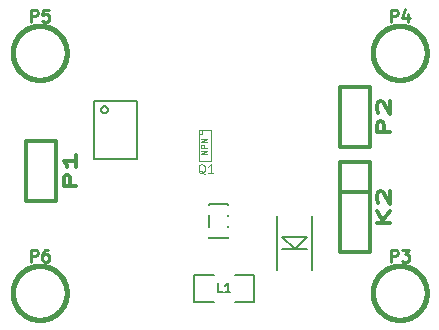
<source format=gto>
G04 ( created by brdgerber.py ( brdgerber.py v0.1 2014-03-12 ) ) date 2021-11-30 02:51:56 EST*
G04 Gerber Fmt 3.4, Leading zero omitted, Abs format*
%MOIN*%
%FSLAX34Y34*%
G01*
G70*
G90*
G04 APERTURE LIST*
%ADD18C,0.0039*%
%ADD20R,0.0550X0.0550*%
%ADD29R,0.0657X0.0614*%
%ADD10R,0.0709X0.0629*%
%ADD11C,0.0050*%
%ADD24C,0.0100*%
%ADD19C,0.0031*%
%ADD28R,0.0472X0.0216*%
%ADD27C,0.0472*%
%ADD26R,0.0600X0.0800*%
%ADD23C,0.1600*%
%ADD13R,0.0866X0.0236*%
%ADD12C,0.0060*%
%ADD16R,0.0394X0.0315*%
%ADD15R,0.0629X0.0709*%
%ADD17C,0.0047*%
%ADD30C,0.0200*%
%ADD25C,0.0150*%
%ADD22C,0.0120*%
%ADD14C,0.0080*%
%ADD21C,0.0550*%
G04 APERTURE END LIST*
G54D18*
D11*
G01X-10742Y03384D02*
G01X-10742Y01456D01*
D11*
G01X-10742Y01456D02*
G01X-12198Y01456D01*
D11*
G01X-12198Y01456D02*
G01X-12198Y03384D01*
D11*
G01X-12198Y03384D02*
G01X-10742Y03384D01*
D11*
G01X-11732Y03108D02*
G01X-11732Y03108D01*
G01X-11732Y03111D01*
G01X-11732Y03113D01*
G01X-11732Y03116D01*
G01X-11733Y03119D01*
G01X-11733Y03122D01*
G01X-11733Y03124D01*
G01X-11734Y03127D01*
G01X-11734Y03130D01*
G01X-11735Y03132D01*
G01X-11735Y03135D01*
G01X-11736Y03138D01*
G01X-11737Y03140D01*
G01X-11738Y03143D01*
G01X-11738Y03145D01*
G01X-11739Y03148D01*
G01X-11740Y03150D01*
G01X-11742Y03153D01*
G01X-11743Y03155D01*
G01X-11744Y03158D01*
G01X-11745Y03160D01*
G01X-11746Y03163D01*
G01X-11748Y03165D01*
G01X-11749Y03167D01*
G01X-11751Y03170D01*
G01X-11752Y03172D01*
G01X-11754Y03174D01*
G01X-11755Y03176D01*
G01X-11757Y03178D01*
G01X-11759Y03181D01*
G01X-11761Y03183D01*
G01X-11763Y03185D01*
G01X-11765Y03186D01*
G01X-11766Y03188D01*
G01X-11768Y03190D01*
G01X-11770Y03192D01*
G01X-11773Y03194D01*
G01X-11775Y03196D01*
G01X-11777Y03197D01*
G01X-11779Y03199D01*
G01X-11781Y03200D01*
G01X-11784Y03202D01*
G01X-11786Y03203D01*
G01X-11788Y03205D01*
G01X-11791Y03206D01*
G01X-11793Y03207D01*
G01X-11796Y03208D01*
G01X-11798Y03209D01*
G01X-11801Y03211D01*
G01X-11803Y03212D01*
G01X-11806Y03213D01*
G01X-11808Y03213D01*
G01X-11811Y03214D01*
G01X-11813Y03215D01*
G01X-11816Y03216D01*
G01X-11819Y03216D01*
G01X-11821Y03217D01*
G01X-11824Y03217D01*
G01X-11827Y03218D01*
G01X-11829Y03218D01*
G01X-11832Y03218D01*
G01X-11835Y03219D01*
G01X-11838Y03219D01*
G01X-11840Y03219D01*
G01X-11843Y03219D01*
G01X-11846Y03219D01*
G01X-11848Y03219D01*
G01X-11851Y03219D01*
G01X-11854Y03218D01*
G01X-11857Y03218D01*
G01X-11859Y03218D01*
G01X-11862Y03217D01*
G01X-11865Y03217D01*
G01X-11867Y03216D01*
G01X-11870Y03216D01*
G01X-11873Y03215D01*
G01X-11875Y03214D01*
G01X-11878Y03213D01*
G01X-11880Y03213D01*
G01X-11883Y03212D01*
G01X-11885Y03211D01*
G01X-11888Y03209D01*
G01X-11890Y03208D01*
G01X-11893Y03207D01*
G01X-11895Y03206D01*
G01X-11898Y03205D01*
G01X-11900Y03203D01*
G01X-11902Y03202D01*
G01X-11905Y03200D01*
G01X-11907Y03199D01*
G01X-11909Y03197D01*
G01X-11911Y03196D01*
G01X-11913Y03194D01*
G01X-11916Y03192D01*
G01X-11918Y03190D01*
G01X-11920Y03188D01*
G01X-11921Y03186D01*
G01X-11923Y03185D01*
G01X-11925Y03183D01*
G01X-11927Y03181D01*
G01X-11929Y03178D01*
G01X-11931Y03176D01*
G01X-11932Y03174D01*
G01X-11934Y03172D01*
G01X-11935Y03170D01*
G01X-11937Y03167D01*
G01X-11938Y03165D01*
G01X-11940Y03163D01*
G01X-11941Y03160D01*
G01X-11942Y03158D01*
G01X-11943Y03155D01*
G01X-11944Y03153D01*
G01X-11946Y03150D01*
G01X-11947Y03148D01*
G01X-11948Y03145D01*
G01X-11948Y03143D01*
G01X-11949Y03140D01*
G01X-11950Y03138D01*
G01X-11951Y03135D01*
G01X-11951Y03132D01*
G01X-11952Y03130D01*
G01X-11952Y03127D01*
G01X-11953Y03124D01*
G01X-11953Y03122D01*
G01X-11953Y03119D01*
G01X-11954Y03116D01*
G01X-11954Y03113D01*
G01X-11954Y03111D01*
G01X-11954Y03108D01*
G01X-11954Y03105D01*
G01X-11954Y03103D01*
G01X-11954Y03100D01*
G01X-11953Y03097D01*
G01X-11953Y03094D01*
G01X-11953Y03092D01*
G01X-11952Y03089D01*
G01X-11952Y03086D01*
G01X-11951Y03084D01*
G01X-11951Y03081D01*
G01X-11950Y03078D01*
G01X-11949Y03076D01*
G01X-11948Y03073D01*
G01X-11948Y03071D01*
G01X-11947Y03068D01*
G01X-11946Y03066D01*
G01X-11944Y03063D01*
G01X-11943Y03061D01*
G01X-11942Y03058D01*
G01X-11941Y03056D01*
G01X-11940Y03053D01*
G01X-11938Y03051D01*
G01X-11937Y03049D01*
G01X-11935Y03046D01*
G01X-11934Y03044D01*
G01X-11932Y03042D01*
G01X-11931Y03040D01*
G01X-11929Y03038D01*
G01X-11927Y03035D01*
G01X-11925Y03033D01*
G01X-11923Y03031D01*
G01X-11921Y03030D01*
G01X-11920Y03028D01*
G01X-11918Y03026D01*
G01X-11916Y03024D01*
G01X-11913Y03022D01*
G01X-11911Y03020D01*
G01X-11909Y03019D01*
G01X-11907Y03017D01*
G01X-11905Y03016D01*
G01X-11902Y03014D01*
G01X-11900Y03013D01*
G01X-11898Y03011D01*
G01X-11895Y03010D01*
G01X-11893Y03009D01*
G01X-11890Y03008D01*
G01X-11888Y03007D01*
G01X-11885Y03005D01*
G01X-11883Y03004D01*
G01X-11880Y03003D01*
G01X-11878Y03003D01*
G01X-11875Y03002D01*
G01X-11873Y03001D01*
G01X-11870Y03000D01*
G01X-11867Y03000D01*
G01X-11865Y02999D01*
G01X-11862Y02999D01*
G01X-11859Y02998D01*
G01X-11857Y02998D01*
G01X-11854Y02998D01*
G01X-11851Y02997D01*
G01X-11848Y02997D01*
G01X-11846Y02997D01*
G01X-11843Y02997D01*
G01X-11840Y02997D01*
G01X-11838Y02997D01*
G01X-11835Y02997D01*
G01X-11832Y02998D01*
G01X-11829Y02998D01*
G01X-11827Y02998D01*
G01X-11824Y02999D01*
G01X-11821Y02999D01*
G01X-11819Y03000D01*
G01X-11816Y03000D01*
G01X-11813Y03001D01*
G01X-11811Y03002D01*
G01X-11808Y03003D01*
G01X-11806Y03003D01*
G01X-11803Y03004D01*
G01X-11801Y03005D01*
G01X-11798Y03007D01*
G01X-11796Y03008D01*
G01X-11793Y03009D01*
G01X-11791Y03010D01*
G01X-11788Y03011D01*
G01X-11786Y03013D01*
G01X-11784Y03014D01*
G01X-11781Y03016D01*
G01X-11779Y03017D01*
G01X-11777Y03019D01*
G01X-11775Y03020D01*
G01X-11773Y03022D01*
G01X-11770Y03024D01*
G01X-11768Y03026D01*
G01X-11766Y03028D01*
G01X-11765Y03030D01*
G01X-11763Y03031D01*
G01X-11761Y03033D01*
G01X-11759Y03035D01*
G01X-11757Y03038D01*
G01X-11755Y03040D01*
G01X-11754Y03042D01*
G01X-11752Y03044D01*
G01X-11751Y03046D01*
G01X-11749Y03049D01*
G01X-11748Y03051D01*
G01X-11746Y03053D01*
G01X-11745Y03056D01*
G01X-11744Y03058D01*
G01X-11743Y03061D01*
G01X-11742Y03063D01*
G01X-11740Y03066D01*
G01X-11739Y03068D01*
G01X-11738Y03071D01*
G01X-11738Y03073D01*
G01X-11737Y03076D01*
G01X-11736Y03078D01*
G01X-11735Y03081D01*
G01X-11735Y03084D01*
G01X-11734Y03086D01*
G01X-11734Y03089D01*
G01X-11733Y03092D01*
G01X-11733Y03094D01*
G01X-11733Y03097D01*
G01X-11732Y03100D01*
G01X-11732Y03103D01*
G01X-11732Y03105D01*
G01X-11732Y03108D01*
D19*
G01X-08575Y02363D02*
G01X-08575Y02363D01*
G01X-08575Y02365D01*
G01X-08575Y02366D01*
G01X-08576Y02368D01*
G01X-08576Y02369D01*
G01X-08576Y02371D01*
G01X-08576Y02372D01*
G01X-08576Y02374D01*
G01X-08577Y02375D01*
G01X-08577Y02377D01*
G01X-08577Y02378D01*
G01X-08578Y02380D01*
G01X-08578Y02381D01*
G01X-08579Y02383D01*
G01X-08579Y02384D01*
G01X-08580Y02386D01*
G01X-08580Y02387D01*
G01X-08581Y02388D01*
G01X-08581Y02390D01*
G01X-08582Y02391D01*
G01X-08583Y02393D01*
G01X-08584Y02394D01*
G01X-08584Y02395D01*
G01X-08585Y02397D01*
G01X-08586Y02398D01*
G01X-08587Y02399D01*
G01X-08588Y02400D01*
G01X-08589Y02402D01*
G01X-08590Y02403D01*
G01X-08591Y02404D01*
G01X-08592Y02405D01*
G01X-08593Y02406D01*
G01X-08594Y02407D01*
G01X-08595Y02408D01*
G01X-08596Y02409D01*
G01X-08597Y02410D01*
G01X-08598Y02411D01*
G01X-08599Y02412D01*
G01X-08601Y02413D01*
G01X-08602Y02414D01*
G01X-08603Y02415D01*
G01X-08604Y02416D01*
G01X-08606Y02417D01*
G01X-08607Y02417D01*
G01X-08608Y02418D01*
G01X-08610Y02419D01*
G01X-08611Y02420D01*
G01X-08613Y02420D01*
G01X-08614Y02421D01*
G01X-08615Y02421D01*
G01X-08617Y02422D01*
G01X-08618Y02422D01*
G01X-08620Y02423D01*
G01X-08621Y02423D01*
G01X-08623Y02424D01*
G01X-08624Y02424D01*
G01X-08626Y02424D01*
G01X-08627Y02425D01*
G01X-08629Y02425D01*
G01X-08630Y02425D01*
G01X-08632Y02425D01*
G01X-08633Y02425D01*
G01X-08635Y02426D01*
G01X-08636Y02426D01*
G01X-08638Y02426D01*
G01X-08640Y02426D01*
G01X-08641Y02426D01*
G01X-08643Y02425D01*
G01X-08644Y02425D01*
G01X-08646Y02425D01*
G01X-08647Y02425D01*
G01X-08649Y02425D01*
G01X-08650Y02424D01*
G01X-08652Y02424D01*
G01X-08653Y02424D01*
G01X-08655Y02423D01*
G01X-08656Y02423D01*
G01X-08658Y02422D01*
G01X-08659Y02422D01*
G01X-08661Y02421D01*
G01X-08662Y02421D01*
G01X-08663Y02420D01*
G01X-08665Y02420D01*
G01X-08666Y02419D01*
G01X-08668Y02418D01*
G01X-08669Y02417D01*
G01X-08670Y02417D01*
G01X-08672Y02416D01*
G01X-08673Y02415D01*
G01X-08674Y02414D01*
G01X-08675Y02413D01*
G01X-08677Y02412D01*
G01X-08678Y02411D01*
G01X-08679Y02410D01*
G01X-08680Y02409D01*
G01X-08681Y02408D01*
G01X-08682Y02407D01*
G01X-08683Y02406D01*
G01X-08684Y02405D01*
G01X-08685Y02404D01*
G01X-08686Y02403D01*
G01X-08687Y02402D01*
G01X-08688Y02400D01*
G01X-08689Y02399D01*
G01X-08690Y02398D01*
G01X-08691Y02397D01*
G01X-08692Y02395D01*
G01X-08692Y02394D01*
G01X-08693Y02393D01*
G01X-08694Y02391D01*
G01X-08695Y02390D01*
G01X-08695Y02388D01*
G01X-08696Y02387D01*
G01X-08696Y02386D01*
G01X-08697Y02384D01*
G01X-08697Y02383D01*
G01X-08698Y02381D01*
G01X-08698Y02380D01*
G01X-08699Y02378D01*
G01X-08699Y02377D01*
G01X-08699Y02375D01*
G01X-08700Y02374D01*
G01X-08700Y02372D01*
G01X-08700Y02371D01*
G01X-08700Y02369D01*
G01X-08700Y02368D01*
G01X-08701Y02366D01*
G01X-08701Y02365D01*
G01X-08701Y02363D01*
G01X-08701Y02361D01*
G01X-08701Y02360D01*
G01X-08700Y02358D01*
G01X-08700Y02357D01*
G01X-08700Y02355D01*
G01X-08700Y02354D01*
G01X-08700Y02352D01*
G01X-08699Y02351D01*
G01X-08699Y02349D01*
G01X-08699Y02348D01*
G01X-08698Y02346D01*
G01X-08698Y02345D01*
G01X-08697Y02343D01*
G01X-08697Y02342D01*
G01X-08696Y02340D01*
G01X-08696Y02339D01*
G01X-08695Y02338D01*
G01X-08695Y02336D01*
G01X-08694Y02335D01*
G01X-08693Y02333D01*
G01X-08692Y02332D01*
G01X-08692Y02331D01*
G01X-08691Y02329D01*
G01X-08690Y02328D01*
G01X-08689Y02327D01*
G01X-08688Y02326D01*
G01X-08687Y02324D01*
G01X-08686Y02323D01*
G01X-08685Y02322D01*
G01X-08684Y02321D01*
G01X-08683Y02320D01*
G01X-08682Y02319D01*
G01X-08681Y02318D01*
G01X-08680Y02317D01*
G01X-08679Y02316D01*
G01X-08678Y02315D01*
G01X-08677Y02314D01*
G01X-08675Y02313D01*
G01X-08674Y02312D01*
G01X-08673Y02311D01*
G01X-08672Y02310D01*
G01X-08670Y02309D01*
G01X-08669Y02309D01*
G01X-08668Y02308D01*
G01X-08666Y02307D01*
G01X-08665Y02306D01*
G01X-08663Y02306D01*
G01X-08662Y02305D01*
G01X-08661Y02305D01*
G01X-08659Y02304D01*
G01X-08658Y02304D01*
G01X-08656Y02303D01*
G01X-08655Y02303D01*
G01X-08653Y02302D01*
G01X-08652Y02302D01*
G01X-08650Y02302D01*
G01X-08649Y02301D01*
G01X-08647Y02301D01*
G01X-08646Y02301D01*
G01X-08644Y02301D01*
G01X-08643Y02301D01*
G01X-08641Y02300D01*
G01X-08640Y02300D01*
G01X-08638Y02300D01*
G01X-08636Y02300D01*
G01X-08635Y02300D01*
G01X-08633Y02301D01*
G01X-08632Y02301D01*
G01X-08630Y02301D01*
G01X-08629Y02301D01*
G01X-08627Y02301D01*
G01X-08626Y02302D01*
G01X-08624Y02302D01*
G01X-08623Y02302D01*
G01X-08621Y02303D01*
G01X-08620Y02303D01*
G01X-08618Y02304D01*
G01X-08617Y02304D01*
G01X-08615Y02305D01*
G01X-08614Y02305D01*
G01X-08613Y02306D01*
G01X-08611Y02306D01*
G01X-08610Y02307D01*
G01X-08608Y02308D01*
G01X-08607Y02309D01*
G01X-08606Y02309D01*
G01X-08604Y02310D01*
G01X-08603Y02311D01*
G01X-08602Y02312D01*
G01X-08601Y02313D01*
G01X-08599Y02314D01*
G01X-08598Y02315D01*
G01X-08597Y02316D01*
G01X-08596Y02317D01*
G01X-08595Y02318D01*
G01X-08594Y02319D01*
G01X-08593Y02320D01*
G01X-08592Y02321D01*
G01X-08591Y02322D01*
G01X-08590Y02323D01*
G01X-08589Y02324D01*
G01X-08588Y02326D01*
G01X-08587Y02327D01*
G01X-08586Y02328D01*
G01X-08585Y02329D01*
G01X-08584Y02331D01*
G01X-08584Y02332D01*
G01X-08583Y02333D01*
G01X-08582Y02335D01*
G01X-08581Y02336D01*
G01X-08581Y02338D01*
G01X-08580Y02339D01*
G01X-08580Y02340D01*
G01X-08579Y02342D01*
G01X-08579Y02343D01*
G01X-08578Y02345D01*
G01X-08578Y02346D01*
G01X-08577Y02348D01*
G01X-08577Y02349D01*
G01X-08577Y02351D01*
G01X-08576Y02352D01*
G01X-08576Y02354D01*
G01X-08576Y02355D01*
G01X-08576Y02357D01*
G01X-08576Y02358D01*
G01X-08575Y02360D01*
G01X-08575Y02361D01*
G01X-08575Y02363D01*
D19*
G01X-08300Y01400D02*
G01X-08700Y01400D01*
D19*
G01X-08300Y02425D02*
G01X-08700Y02425D01*
D19*
G01X-08700Y01400D02*
G01X-08700Y02425D01*
D19*
G01X-08300Y02425D02*
G01X-08300Y01400D01*
D17*
G01X-08490Y00963D02*
G01X-08518Y00977D01*
G01X-08547Y01006D01*
G01X-08590Y01049D01*
G01X-08618Y01063D01*
G01X-08647Y01063D01*
D17*
G01X-08632Y00992D02*
G01X-08661Y01006D01*
G01X-08690Y01034D01*
G01X-08704Y01092D01*
G01X-08704Y01192D01*
G01X-08690Y01249D01*
G01X-08661Y01277D01*
G01X-08632Y01292D01*
G01X-08575Y01292D01*
G01X-08547Y01277D01*
G01X-08518Y01249D01*
G01X-08504Y01192D01*
G01X-08504Y01092D01*
G01X-08518Y01034D01*
G01X-08547Y01006D01*
G01X-08575Y00992D01*
G01X-08632Y00992D01*
D17*
G01X-08218Y00992D02*
G01X-08390Y00992D01*
D17*
G01X-08304Y00992D02*
G01X-08304Y01292D01*
G01X-08332Y01249D01*
G01X-08361Y01220D01*
G01X-08390Y01206D01*
D18*
G01X-08420Y01617D02*
G01X-08617Y01617D01*
G01X-08420Y01730D01*
G01X-08617Y01730D01*
D18*
G01X-08420Y01823D02*
G01X-08617Y01823D01*
G01X-08617Y01898D01*
G01X-08608Y01917D01*
G01X-08599Y01927D01*
G01X-08580Y01936D01*
G01X-08552Y01936D01*
G01X-08533Y01927D01*
G01X-08523Y01917D01*
G01X-08514Y01898D01*
G01X-08514Y01823D01*
D18*
G01X-08420Y02020D02*
G01X-08617Y02020D01*
G01X-08420Y02133D01*
G01X-08617Y02133D01*
D22*
G01X-04000Y03850D02*
G01X-03000Y03850D01*
D22*
G01X-03000Y03850D02*
G01X-03000Y01850D01*
D22*
G01X-03000Y01850D02*
G01X-04000Y01850D01*
D22*
G01X-04000Y01850D02*
G01X-04000Y03850D01*
D22*
G01X-02327Y02347D02*
G01X-02755Y02347D01*
G01X-02755Y02607D01*
G01X-02734Y02672D01*
G01X-02714Y02704D01*
G01X-02673Y02737D01*
G01X-02612Y02737D01*
G01X-02571Y02704D01*
G01X-02551Y02672D01*
G01X-02531Y02607D01*
G01X-02531Y02347D01*
D22*
G01X-02714Y02996D02*
G01X-02734Y03028D01*
G01X-02755Y03093D01*
G01X-02755Y03255D01*
G01X-02734Y03320D01*
G01X-02714Y03353D01*
G01X-02673Y03385D01*
G01X-02632Y03385D01*
G01X-02571Y03353D01*
G01X-02327Y02964D01*
G01X-02327Y03385D01*
D22*
G01X-04000Y01350D02*
G01X-03000Y01350D01*
D22*
G01X-03000Y01350D02*
G01X-03000Y-01650D01*
D22*
G01X-03000Y-01650D02*
G01X-04000Y-01650D01*
D22*
G01X-04000Y-01650D02*
G01X-04000Y01350D01*
D22*
G01X-03000Y00350D02*
G01X-04000Y00350D01*
D22*
G01X-02328Y-00670D02*
G01X-02752Y-00670D01*
D22*
G01X-02328Y-00267D02*
G01X-02571Y-00570D01*
D22*
G01X-02752Y-00267D02*
G01X-02510Y-00670D01*
D22*
G01X-02712Y00001D02*
G01X-02732Y00035D01*
G01X-02752Y00102D01*
G01X-02752Y00270D01*
G01X-02732Y00337D01*
G01X-02712Y00370D01*
G01X-02672Y00404D01*
G01X-02631Y00404D01*
G01X-02571Y00370D01*
G01X-02328Y-00032D01*
G01X-02328Y00404D01*
D25*
G01X-01100Y-03000D02*
G01X-01100Y-03000D01*
G01X-01100Y-02978D01*
G01X-01101Y-02956D01*
G01X-01102Y-02934D01*
G01X-01104Y-02912D01*
G01X-01107Y-02890D01*
G01X-01110Y-02868D01*
G01X-01113Y-02846D01*
G01X-01117Y-02824D01*
G01X-01122Y-02803D01*
G01X-01127Y-02781D01*
G01X-01133Y-02760D01*
G01X-01139Y-02739D01*
G01X-01145Y-02718D01*
G01X-01153Y-02697D01*
G01X-01160Y-02676D01*
G01X-01169Y-02656D01*
G01X-01177Y-02635D01*
G01X-01186Y-02615D01*
G01X-01196Y-02595D01*
G01X-01206Y-02576D01*
G01X-01217Y-02556D01*
G01X-01228Y-02537D01*
G01X-01240Y-02519D01*
G01X-01252Y-02500D01*
G01X-01264Y-02482D01*
G01X-01277Y-02464D01*
G01X-01290Y-02446D01*
G01X-01304Y-02429D01*
G01X-01319Y-02412D01*
G01X-01333Y-02396D01*
G01X-01348Y-02379D01*
G01X-01364Y-02364D01*
G01X-01379Y-02348D01*
G01X-01396Y-02333D01*
G01X-01412Y-02319D01*
G01X-01429Y-02304D01*
G01X-01446Y-02290D01*
G01X-01464Y-02277D01*
G01X-01482Y-02264D01*
G01X-01500Y-02252D01*
G01X-01519Y-02240D01*
G01X-01537Y-02228D01*
G01X-01556Y-02217D01*
G01X-01576Y-02206D01*
G01X-01595Y-02196D01*
G01X-01615Y-02186D01*
G01X-01635Y-02177D01*
G01X-01656Y-02169D01*
G01X-01676Y-02160D01*
G01X-01697Y-02153D01*
G01X-01718Y-02145D01*
G01X-01739Y-02139D01*
G01X-01760Y-02133D01*
G01X-01781Y-02127D01*
G01X-01803Y-02122D01*
G01X-01824Y-02117D01*
G01X-01846Y-02113D01*
G01X-01868Y-02110D01*
G01X-01890Y-02107D01*
G01X-01912Y-02104D01*
G01X-01934Y-02102D01*
G01X-01956Y-02101D01*
G01X-01978Y-02100D01*
G01X-02000Y-02100D01*
G01X-02022Y-02100D01*
G01X-02044Y-02101D01*
G01X-02066Y-02102D01*
G01X-02088Y-02104D01*
G01X-02110Y-02107D01*
G01X-02132Y-02110D01*
G01X-02154Y-02113D01*
G01X-02176Y-02117D01*
G01X-02197Y-02122D01*
G01X-02219Y-02127D01*
G01X-02240Y-02133D01*
G01X-02261Y-02139D01*
G01X-02282Y-02145D01*
G01X-02303Y-02153D01*
G01X-02324Y-02160D01*
G01X-02344Y-02169D01*
G01X-02365Y-02177D01*
G01X-02385Y-02186D01*
G01X-02405Y-02196D01*
G01X-02424Y-02206D01*
G01X-02444Y-02217D01*
G01X-02463Y-02228D01*
G01X-02481Y-02240D01*
G01X-02500Y-02252D01*
G01X-02518Y-02264D01*
G01X-02536Y-02277D01*
G01X-02554Y-02290D01*
G01X-02571Y-02304D01*
G01X-02588Y-02319D01*
G01X-02604Y-02333D01*
G01X-02621Y-02348D01*
G01X-02636Y-02364D01*
G01X-02652Y-02379D01*
G01X-02667Y-02396D01*
G01X-02681Y-02412D01*
G01X-02696Y-02429D01*
G01X-02710Y-02446D01*
G01X-02723Y-02464D01*
G01X-02736Y-02482D01*
G01X-02748Y-02500D01*
G01X-02760Y-02519D01*
G01X-02772Y-02537D01*
G01X-02783Y-02556D01*
G01X-02794Y-02576D01*
G01X-02804Y-02595D01*
G01X-02814Y-02615D01*
G01X-02823Y-02635D01*
G01X-02831Y-02656D01*
G01X-02840Y-02676D01*
G01X-02847Y-02697D01*
G01X-02855Y-02718D01*
G01X-02861Y-02739D01*
G01X-02867Y-02760D01*
G01X-02873Y-02781D01*
G01X-02878Y-02803D01*
G01X-02883Y-02824D01*
G01X-02887Y-02846D01*
G01X-02890Y-02868D01*
G01X-02893Y-02890D01*
G01X-02896Y-02912D01*
G01X-02898Y-02934D01*
G01X-02899Y-02956D01*
G01X-02900Y-02978D01*
G01X-02900Y-03000D01*
G01X-02900Y-03022D01*
G01X-02899Y-03044D01*
G01X-02898Y-03066D01*
G01X-02896Y-03088D01*
G01X-02893Y-03110D01*
G01X-02890Y-03132D01*
G01X-02887Y-03154D01*
G01X-02883Y-03176D01*
G01X-02878Y-03197D01*
G01X-02873Y-03219D01*
G01X-02867Y-03240D01*
G01X-02861Y-03261D01*
G01X-02855Y-03282D01*
G01X-02847Y-03303D01*
G01X-02840Y-03324D01*
G01X-02831Y-03344D01*
G01X-02823Y-03365D01*
G01X-02814Y-03385D01*
G01X-02804Y-03405D01*
G01X-02794Y-03424D01*
G01X-02783Y-03444D01*
G01X-02772Y-03463D01*
G01X-02760Y-03481D01*
G01X-02748Y-03500D01*
G01X-02736Y-03518D01*
G01X-02723Y-03536D01*
G01X-02710Y-03554D01*
G01X-02696Y-03571D01*
G01X-02681Y-03588D01*
G01X-02667Y-03604D01*
G01X-02652Y-03621D01*
G01X-02636Y-03636D01*
G01X-02621Y-03652D01*
G01X-02604Y-03667D01*
G01X-02588Y-03681D01*
G01X-02571Y-03696D01*
G01X-02554Y-03710D01*
G01X-02536Y-03723D01*
G01X-02518Y-03736D01*
G01X-02500Y-03748D01*
G01X-02481Y-03760D01*
G01X-02463Y-03772D01*
G01X-02444Y-03783D01*
G01X-02424Y-03794D01*
G01X-02405Y-03804D01*
G01X-02385Y-03814D01*
G01X-02365Y-03823D01*
G01X-02344Y-03831D01*
G01X-02324Y-03840D01*
G01X-02303Y-03847D01*
G01X-02282Y-03855D01*
G01X-02261Y-03861D01*
G01X-02240Y-03867D01*
G01X-02219Y-03873D01*
G01X-02197Y-03878D01*
G01X-02176Y-03883D01*
G01X-02154Y-03887D01*
G01X-02132Y-03890D01*
G01X-02110Y-03893D01*
G01X-02088Y-03896D01*
G01X-02066Y-03898D01*
G01X-02044Y-03899D01*
G01X-02022Y-03900D01*
G01X-02000Y-03900D01*
G01X-01978Y-03900D01*
G01X-01956Y-03899D01*
G01X-01934Y-03898D01*
G01X-01912Y-03896D01*
G01X-01890Y-03893D01*
G01X-01868Y-03890D01*
G01X-01846Y-03887D01*
G01X-01824Y-03883D01*
G01X-01803Y-03878D01*
G01X-01781Y-03873D01*
G01X-01760Y-03867D01*
G01X-01739Y-03861D01*
G01X-01718Y-03855D01*
G01X-01697Y-03847D01*
G01X-01676Y-03840D01*
G01X-01656Y-03831D01*
G01X-01635Y-03823D01*
G01X-01615Y-03814D01*
G01X-01595Y-03804D01*
G01X-01576Y-03794D01*
G01X-01556Y-03783D01*
G01X-01537Y-03772D01*
G01X-01519Y-03760D01*
G01X-01500Y-03748D01*
G01X-01482Y-03736D01*
G01X-01464Y-03723D01*
G01X-01446Y-03710D01*
G01X-01429Y-03696D01*
G01X-01412Y-03681D01*
G01X-01396Y-03667D01*
G01X-01379Y-03652D01*
G01X-01364Y-03636D01*
G01X-01348Y-03621D01*
G01X-01333Y-03604D01*
G01X-01319Y-03588D01*
G01X-01304Y-03571D01*
G01X-01290Y-03554D01*
G01X-01277Y-03536D01*
G01X-01264Y-03518D01*
G01X-01252Y-03500D01*
G01X-01240Y-03481D01*
G01X-01228Y-03463D01*
G01X-01217Y-03444D01*
G01X-01206Y-03424D01*
G01X-01196Y-03405D01*
G01X-01186Y-03385D01*
G01X-01177Y-03365D01*
G01X-01169Y-03344D01*
G01X-01160Y-03324D01*
G01X-01153Y-03303D01*
G01X-01145Y-03282D01*
G01X-01139Y-03261D01*
G01X-01133Y-03240D01*
G01X-01127Y-03219D01*
G01X-01122Y-03197D01*
G01X-01117Y-03176D01*
G01X-01113Y-03154D01*
G01X-01110Y-03132D01*
G01X-01107Y-03110D01*
G01X-01104Y-03088D01*
G01X-01102Y-03066D01*
G01X-01101Y-03044D01*
G01X-01100Y-03022D01*
G01X-01100Y-03000D01*
D24*
G01X-02295Y-01962D02*
G01X-02295Y-01562D01*
G01X-02143Y-01562D01*
G01X-02105Y-01581D01*
G01X-02086Y-01600D01*
G01X-02067Y-01638D01*
G01X-02067Y-01695D01*
G01X-02086Y-01733D01*
G01X-02105Y-01752D01*
G01X-02143Y-01771D01*
G01X-02295Y-01771D01*
D24*
G01X-01933Y-01562D02*
G01X-01686Y-01562D01*
G01X-01819Y-01714D01*
G01X-01762Y-01714D01*
G01X-01724Y-01733D01*
G01X-01705Y-01752D01*
G01X-01686Y-01790D01*
G01X-01686Y-01886D01*
G01X-01705Y-01924D01*
G01X-01724Y-01943D01*
G01X-01762Y-01962D01*
G01X-01876Y-01962D01*
G01X-01914Y-01943D01*
G01X-01933Y-01924D01*
D25*
G01X-01100Y05000D02*
G01X-01100Y05000D01*
G01X-01100Y05022D01*
G01X-01101Y05044D01*
G01X-01102Y05066D01*
G01X-01104Y05088D01*
G01X-01107Y05110D01*
G01X-01110Y05132D01*
G01X-01113Y05154D01*
G01X-01117Y05176D01*
G01X-01122Y05197D01*
G01X-01127Y05219D01*
G01X-01133Y05240D01*
G01X-01139Y05261D01*
G01X-01145Y05282D01*
G01X-01153Y05303D01*
G01X-01160Y05324D01*
G01X-01169Y05344D01*
G01X-01177Y05365D01*
G01X-01186Y05385D01*
G01X-01196Y05405D01*
G01X-01206Y05424D01*
G01X-01217Y05444D01*
G01X-01228Y05463D01*
G01X-01240Y05481D01*
G01X-01252Y05500D01*
G01X-01264Y05518D01*
G01X-01277Y05536D01*
G01X-01290Y05554D01*
G01X-01304Y05571D01*
G01X-01319Y05588D01*
G01X-01333Y05604D01*
G01X-01348Y05621D01*
G01X-01364Y05636D01*
G01X-01379Y05652D01*
G01X-01396Y05667D01*
G01X-01412Y05681D01*
G01X-01429Y05696D01*
G01X-01446Y05710D01*
G01X-01464Y05723D01*
G01X-01482Y05736D01*
G01X-01500Y05748D01*
G01X-01519Y05760D01*
G01X-01537Y05772D01*
G01X-01556Y05783D01*
G01X-01576Y05794D01*
G01X-01595Y05804D01*
G01X-01615Y05814D01*
G01X-01635Y05823D01*
G01X-01656Y05831D01*
G01X-01676Y05840D01*
G01X-01697Y05847D01*
G01X-01718Y05855D01*
G01X-01739Y05861D01*
G01X-01760Y05867D01*
G01X-01781Y05873D01*
G01X-01803Y05878D01*
G01X-01824Y05883D01*
G01X-01846Y05887D01*
G01X-01868Y05890D01*
G01X-01890Y05893D01*
G01X-01912Y05896D01*
G01X-01934Y05898D01*
G01X-01956Y05899D01*
G01X-01978Y05900D01*
G01X-02000Y05900D01*
G01X-02022Y05900D01*
G01X-02044Y05899D01*
G01X-02066Y05898D01*
G01X-02088Y05896D01*
G01X-02110Y05893D01*
G01X-02132Y05890D01*
G01X-02154Y05887D01*
G01X-02176Y05883D01*
G01X-02197Y05878D01*
G01X-02219Y05873D01*
G01X-02240Y05867D01*
G01X-02261Y05861D01*
G01X-02282Y05855D01*
G01X-02303Y05847D01*
G01X-02324Y05840D01*
G01X-02344Y05831D01*
G01X-02365Y05823D01*
G01X-02385Y05814D01*
G01X-02405Y05804D01*
G01X-02424Y05794D01*
G01X-02444Y05783D01*
G01X-02463Y05772D01*
G01X-02481Y05760D01*
G01X-02500Y05748D01*
G01X-02518Y05736D01*
G01X-02536Y05723D01*
G01X-02554Y05710D01*
G01X-02571Y05696D01*
G01X-02588Y05681D01*
G01X-02604Y05667D01*
G01X-02621Y05652D01*
G01X-02636Y05636D01*
G01X-02652Y05621D01*
G01X-02667Y05604D01*
G01X-02681Y05588D01*
G01X-02696Y05571D01*
G01X-02710Y05554D01*
G01X-02723Y05536D01*
G01X-02736Y05518D01*
G01X-02748Y05500D01*
G01X-02760Y05481D01*
G01X-02772Y05463D01*
G01X-02783Y05444D01*
G01X-02794Y05424D01*
G01X-02804Y05405D01*
G01X-02814Y05385D01*
G01X-02823Y05365D01*
G01X-02831Y05344D01*
G01X-02840Y05324D01*
G01X-02847Y05303D01*
G01X-02855Y05282D01*
G01X-02861Y05261D01*
G01X-02867Y05240D01*
G01X-02873Y05219D01*
G01X-02878Y05197D01*
G01X-02883Y05176D01*
G01X-02887Y05154D01*
G01X-02890Y05132D01*
G01X-02893Y05110D01*
G01X-02896Y05088D01*
G01X-02898Y05066D01*
G01X-02899Y05044D01*
G01X-02900Y05022D01*
G01X-02900Y05000D01*
G01X-02900Y04978D01*
G01X-02899Y04956D01*
G01X-02898Y04934D01*
G01X-02896Y04912D01*
G01X-02893Y04890D01*
G01X-02890Y04868D01*
G01X-02887Y04846D01*
G01X-02883Y04824D01*
G01X-02878Y04803D01*
G01X-02873Y04781D01*
G01X-02867Y04760D01*
G01X-02861Y04739D01*
G01X-02855Y04718D01*
G01X-02847Y04697D01*
G01X-02840Y04676D01*
G01X-02831Y04656D01*
G01X-02823Y04635D01*
G01X-02814Y04615D01*
G01X-02804Y04595D01*
G01X-02794Y04576D01*
G01X-02783Y04556D01*
G01X-02772Y04537D01*
G01X-02760Y04519D01*
G01X-02748Y04500D01*
G01X-02736Y04482D01*
G01X-02723Y04464D01*
G01X-02710Y04446D01*
G01X-02696Y04429D01*
G01X-02681Y04412D01*
G01X-02667Y04396D01*
G01X-02652Y04379D01*
G01X-02636Y04364D01*
G01X-02621Y04348D01*
G01X-02604Y04333D01*
G01X-02588Y04319D01*
G01X-02571Y04304D01*
G01X-02554Y04290D01*
G01X-02536Y04277D01*
G01X-02518Y04264D01*
G01X-02500Y04252D01*
G01X-02481Y04240D01*
G01X-02463Y04228D01*
G01X-02444Y04217D01*
G01X-02424Y04206D01*
G01X-02405Y04196D01*
G01X-02385Y04186D01*
G01X-02365Y04177D01*
G01X-02344Y04169D01*
G01X-02324Y04160D01*
G01X-02303Y04153D01*
G01X-02282Y04145D01*
G01X-02261Y04139D01*
G01X-02240Y04133D01*
G01X-02219Y04127D01*
G01X-02197Y04122D01*
G01X-02176Y04117D01*
G01X-02154Y04113D01*
G01X-02132Y04110D01*
G01X-02110Y04107D01*
G01X-02088Y04104D01*
G01X-02066Y04102D01*
G01X-02044Y04101D01*
G01X-02022Y04100D01*
G01X-02000Y04100D01*
G01X-01978Y04100D01*
G01X-01956Y04101D01*
G01X-01934Y04102D01*
G01X-01912Y04104D01*
G01X-01890Y04107D01*
G01X-01868Y04110D01*
G01X-01846Y04113D01*
G01X-01824Y04117D01*
G01X-01803Y04122D01*
G01X-01781Y04127D01*
G01X-01760Y04133D01*
G01X-01739Y04139D01*
G01X-01718Y04145D01*
G01X-01697Y04153D01*
G01X-01676Y04160D01*
G01X-01656Y04169D01*
G01X-01635Y04177D01*
G01X-01615Y04186D01*
G01X-01595Y04196D01*
G01X-01576Y04206D01*
G01X-01556Y04217D01*
G01X-01537Y04228D01*
G01X-01519Y04240D01*
G01X-01500Y04252D01*
G01X-01482Y04264D01*
G01X-01464Y04277D01*
G01X-01446Y04290D01*
G01X-01429Y04304D01*
G01X-01412Y04319D01*
G01X-01396Y04333D01*
G01X-01379Y04348D01*
G01X-01364Y04364D01*
G01X-01348Y04379D01*
G01X-01333Y04396D01*
G01X-01319Y04412D01*
G01X-01304Y04429D01*
G01X-01290Y04446D01*
G01X-01277Y04464D01*
G01X-01264Y04482D01*
G01X-01252Y04500D01*
G01X-01240Y04519D01*
G01X-01228Y04537D01*
G01X-01217Y04556D01*
G01X-01206Y04576D01*
G01X-01196Y04595D01*
G01X-01186Y04615D01*
G01X-01177Y04635D01*
G01X-01169Y04656D01*
G01X-01160Y04676D01*
G01X-01153Y04697D01*
G01X-01145Y04718D01*
G01X-01139Y04739D01*
G01X-01133Y04760D01*
G01X-01127Y04781D01*
G01X-01122Y04803D01*
G01X-01117Y04824D01*
G01X-01113Y04846D01*
G01X-01110Y04868D01*
G01X-01107Y04890D01*
G01X-01104Y04912D01*
G01X-01102Y04934D01*
G01X-01101Y04956D01*
G01X-01100Y04978D01*
G01X-01100Y05000D01*
D24*
G01X-02295Y06038D02*
G01X-02295Y06438D01*
G01X-02143Y06438D01*
G01X-02105Y06419D01*
G01X-02086Y06400D01*
G01X-02067Y06362D01*
G01X-02067Y06305D01*
G01X-02086Y06267D01*
G01X-02105Y06248D01*
G01X-02143Y06229D01*
G01X-02295Y06229D01*
D24*
G01X-01724Y06305D02*
G01X-01724Y06038D01*
D24*
G01X-01819Y06457D02*
G01X-01914Y06171D01*
G01X-01667Y06171D01*
D25*
G01X-13100Y05000D02*
G01X-13100Y05000D01*
G01X-13100Y05022D01*
G01X-13101Y05044D01*
G01X-13102Y05066D01*
G01X-13104Y05088D01*
G01X-13107Y05110D01*
G01X-13110Y05132D01*
G01X-13113Y05154D01*
G01X-13117Y05176D01*
G01X-13122Y05197D01*
G01X-13127Y05219D01*
G01X-13133Y05240D01*
G01X-13139Y05261D01*
G01X-13145Y05282D01*
G01X-13153Y05303D01*
G01X-13160Y05324D01*
G01X-13169Y05344D01*
G01X-13177Y05365D01*
G01X-13186Y05385D01*
G01X-13196Y05405D01*
G01X-13206Y05424D01*
G01X-13217Y05444D01*
G01X-13228Y05463D01*
G01X-13240Y05481D01*
G01X-13252Y05500D01*
G01X-13264Y05518D01*
G01X-13277Y05536D01*
G01X-13290Y05554D01*
G01X-13304Y05571D01*
G01X-13319Y05588D01*
G01X-13333Y05604D01*
G01X-13348Y05621D01*
G01X-13364Y05636D01*
G01X-13379Y05652D01*
G01X-13396Y05667D01*
G01X-13412Y05681D01*
G01X-13429Y05696D01*
G01X-13446Y05710D01*
G01X-13464Y05723D01*
G01X-13482Y05736D01*
G01X-13500Y05748D01*
G01X-13519Y05760D01*
G01X-13537Y05772D01*
G01X-13556Y05783D01*
G01X-13576Y05794D01*
G01X-13595Y05804D01*
G01X-13615Y05814D01*
G01X-13635Y05823D01*
G01X-13656Y05831D01*
G01X-13676Y05840D01*
G01X-13697Y05847D01*
G01X-13718Y05855D01*
G01X-13739Y05861D01*
G01X-13760Y05867D01*
G01X-13781Y05873D01*
G01X-13803Y05878D01*
G01X-13824Y05883D01*
G01X-13846Y05887D01*
G01X-13868Y05890D01*
G01X-13890Y05893D01*
G01X-13912Y05896D01*
G01X-13934Y05898D01*
G01X-13956Y05899D01*
G01X-13978Y05900D01*
G01X-14000Y05900D01*
G01X-14022Y05900D01*
G01X-14044Y05899D01*
G01X-14066Y05898D01*
G01X-14088Y05896D01*
G01X-14110Y05893D01*
G01X-14132Y05890D01*
G01X-14154Y05887D01*
G01X-14176Y05883D01*
G01X-14197Y05878D01*
G01X-14219Y05873D01*
G01X-14240Y05867D01*
G01X-14261Y05861D01*
G01X-14282Y05855D01*
G01X-14303Y05847D01*
G01X-14324Y05840D01*
G01X-14344Y05831D01*
G01X-14365Y05823D01*
G01X-14385Y05814D01*
G01X-14405Y05804D01*
G01X-14424Y05794D01*
G01X-14444Y05783D01*
G01X-14463Y05772D01*
G01X-14481Y05760D01*
G01X-14500Y05748D01*
G01X-14518Y05736D01*
G01X-14536Y05723D01*
G01X-14554Y05710D01*
G01X-14571Y05696D01*
G01X-14588Y05681D01*
G01X-14604Y05667D01*
G01X-14621Y05652D01*
G01X-14636Y05636D01*
G01X-14652Y05621D01*
G01X-14667Y05604D01*
G01X-14681Y05588D01*
G01X-14696Y05571D01*
G01X-14710Y05554D01*
G01X-14723Y05536D01*
G01X-14736Y05518D01*
G01X-14748Y05500D01*
G01X-14760Y05481D01*
G01X-14772Y05463D01*
G01X-14783Y05444D01*
G01X-14794Y05424D01*
G01X-14804Y05405D01*
G01X-14814Y05385D01*
G01X-14823Y05365D01*
G01X-14831Y05344D01*
G01X-14840Y05324D01*
G01X-14847Y05303D01*
G01X-14855Y05282D01*
G01X-14861Y05261D01*
G01X-14867Y05240D01*
G01X-14873Y05219D01*
G01X-14878Y05197D01*
G01X-14883Y05176D01*
G01X-14887Y05154D01*
G01X-14890Y05132D01*
G01X-14893Y05110D01*
G01X-14896Y05088D01*
G01X-14898Y05066D01*
G01X-14899Y05044D01*
G01X-14900Y05022D01*
G01X-14900Y05000D01*
G01X-14900Y04978D01*
G01X-14899Y04956D01*
G01X-14898Y04934D01*
G01X-14896Y04912D01*
G01X-14893Y04890D01*
G01X-14890Y04868D01*
G01X-14887Y04846D01*
G01X-14883Y04824D01*
G01X-14878Y04803D01*
G01X-14873Y04781D01*
G01X-14867Y04760D01*
G01X-14861Y04739D01*
G01X-14855Y04718D01*
G01X-14847Y04697D01*
G01X-14840Y04676D01*
G01X-14831Y04656D01*
G01X-14823Y04635D01*
G01X-14814Y04615D01*
G01X-14804Y04595D01*
G01X-14794Y04576D01*
G01X-14783Y04556D01*
G01X-14772Y04537D01*
G01X-14760Y04519D01*
G01X-14748Y04500D01*
G01X-14736Y04482D01*
G01X-14723Y04464D01*
G01X-14710Y04446D01*
G01X-14696Y04429D01*
G01X-14681Y04412D01*
G01X-14667Y04396D01*
G01X-14652Y04379D01*
G01X-14636Y04364D01*
G01X-14621Y04348D01*
G01X-14604Y04333D01*
G01X-14588Y04319D01*
G01X-14571Y04304D01*
G01X-14554Y04290D01*
G01X-14536Y04277D01*
G01X-14518Y04264D01*
G01X-14500Y04252D01*
G01X-14481Y04240D01*
G01X-14463Y04228D01*
G01X-14444Y04217D01*
G01X-14424Y04206D01*
G01X-14405Y04196D01*
G01X-14385Y04186D01*
G01X-14365Y04177D01*
G01X-14344Y04169D01*
G01X-14324Y04160D01*
G01X-14303Y04153D01*
G01X-14282Y04145D01*
G01X-14261Y04139D01*
G01X-14240Y04133D01*
G01X-14219Y04127D01*
G01X-14197Y04122D01*
G01X-14176Y04117D01*
G01X-14154Y04113D01*
G01X-14132Y04110D01*
G01X-14110Y04107D01*
G01X-14088Y04104D01*
G01X-14066Y04102D01*
G01X-14044Y04101D01*
G01X-14022Y04100D01*
G01X-14000Y04100D01*
G01X-13978Y04100D01*
G01X-13956Y04101D01*
G01X-13934Y04102D01*
G01X-13912Y04104D01*
G01X-13890Y04107D01*
G01X-13868Y04110D01*
G01X-13846Y04113D01*
G01X-13824Y04117D01*
G01X-13803Y04122D01*
G01X-13781Y04127D01*
G01X-13760Y04133D01*
G01X-13739Y04139D01*
G01X-13718Y04145D01*
G01X-13697Y04153D01*
G01X-13676Y04160D01*
G01X-13656Y04169D01*
G01X-13635Y04177D01*
G01X-13615Y04186D01*
G01X-13595Y04196D01*
G01X-13576Y04206D01*
G01X-13556Y04217D01*
G01X-13537Y04228D01*
G01X-13519Y04240D01*
G01X-13500Y04252D01*
G01X-13482Y04264D01*
G01X-13464Y04277D01*
G01X-13446Y04290D01*
G01X-13429Y04304D01*
G01X-13412Y04319D01*
G01X-13396Y04333D01*
G01X-13379Y04348D01*
G01X-13364Y04364D01*
G01X-13348Y04379D01*
G01X-13333Y04396D01*
G01X-13319Y04412D01*
G01X-13304Y04429D01*
G01X-13290Y04446D01*
G01X-13277Y04464D01*
G01X-13264Y04482D01*
G01X-13252Y04500D01*
G01X-13240Y04519D01*
G01X-13228Y04537D01*
G01X-13217Y04556D01*
G01X-13206Y04576D01*
G01X-13196Y04595D01*
G01X-13186Y04615D01*
G01X-13177Y04635D01*
G01X-13169Y04656D01*
G01X-13160Y04676D01*
G01X-13153Y04697D01*
G01X-13145Y04718D01*
G01X-13139Y04739D01*
G01X-13133Y04760D01*
G01X-13127Y04781D01*
G01X-13122Y04803D01*
G01X-13117Y04824D01*
G01X-13113Y04846D01*
G01X-13110Y04868D01*
G01X-13107Y04890D01*
G01X-13104Y04912D01*
G01X-13102Y04934D01*
G01X-13101Y04956D01*
G01X-13100Y04978D01*
G01X-13100Y05000D01*
D24*
G01X-14295Y06038D02*
G01X-14295Y06438D01*
G01X-14143Y06438D01*
G01X-14105Y06419D01*
G01X-14086Y06400D01*
G01X-14067Y06362D01*
G01X-14067Y06305D01*
G01X-14086Y06267D01*
G01X-14105Y06248D01*
G01X-14143Y06229D01*
G01X-14295Y06229D01*
D24*
G01X-13705Y06438D02*
G01X-13895Y06438D01*
G01X-13914Y06248D01*
G01X-13895Y06267D01*
G01X-13857Y06286D01*
G01X-13762Y06286D01*
G01X-13724Y06267D01*
G01X-13705Y06248D01*
G01X-13686Y06210D01*
G01X-13686Y06114D01*
G01X-13705Y06076D01*
G01X-13724Y06057D01*
G01X-13762Y06038D01*
G01X-13857Y06038D01*
G01X-13895Y06057D01*
G01X-13914Y06076D01*
D25*
G01X-13100Y-03000D02*
G01X-13100Y-03000D01*
G01X-13100Y-02978D01*
G01X-13101Y-02956D01*
G01X-13102Y-02934D01*
G01X-13104Y-02912D01*
G01X-13107Y-02890D01*
G01X-13110Y-02868D01*
G01X-13113Y-02846D01*
G01X-13117Y-02824D01*
G01X-13122Y-02803D01*
G01X-13127Y-02781D01*
G01X-13133Y-02760D01*
G01X-13139Y-02739D01*
G01X-13145Y-02718D01*
G01X-13153Y-02697D01*
G01X-13160Y-02676D01*
G01X-13169Y-02656D01*
G01X-13177Y-02635D01*
G01X-13186Y-02615D01*
G01X-13196Y-02595D01*
G01X-13206Y-02576D01*
G01X-13217Y-02556D01*
G01X-13228Y-02537D01*
G01X-13240Y-02519D01*
G01X-13252Y-02500D01*
G01X-13264Y-02482D01*
G01X-13277Y-02464D01*
G01X-13290Y-02446D01*
G01X-13304Y-02429D01*
G01X-13319Y-02412D01*
G01X-13333Y-02396D01*
G01X-13348Y-02379D01*
G01X-13364Y-02364D01*
G01X-13379Y-02348D01*
G01X-13396Y-02333D01*
G01X-13412Y-02319D01*
G01X-13429Y-02304D01*
G01X-13446Y-02290D01*
G01X-13464Y-02277D01*
G01X-13482Y-02264D01*
G01X-13500Y-02252D01*
G01X-13519Y-02240D01*
G01X-13537Y-02228D01*
G01X-13556Y-02217D01*
G01X-13576Y-02206D01*
G01X-13595Y-02196D01*
G01X-13615Y-02186D01*
G01X-13635Y-02177D01*
G01X-13656Y-02169D01*
G01X-13676Y-02160D01*
G01X-13697Y-02153D01*
G01X-13718Y-02145D01*
G01X-13739Y-02139D01*
G01X-13760Y-02133D01*
G01X-13781Y-02127D01*
G01X-13803Y-02122D01*
G01X-13824Y-02117D01*
G01X-13846Y-02113D01*
G01X-13868Y-02110D01*
G01X-13890Y-02107D01*
G01X-13912Y-02104D01*
G01X-13934Y-02102D01*
G01X-13956Y-02101D01*
G01X-13978Y-02100D01*
G01X-14000Y-02100D01*
G01X-14022Y-02100D01*
G01X-14044Y-02101D01*
G01X-14066Y-02102D01*
G01X-14088Y-02104D01*
G01X-14110Y-02107D01*
G01X-14132Y-02110D01*
G01X-14154Y-02113D01*
G01X-14176Y-02117D01*
G01X-14197Y-02122D01*
G01X-14219Y-02127D01*
G01X-14240Y-02133D01*
G01X-14261Y-02139D01*
G01X-14282Y-02145D01*
G01X-14303Y-02153D01*
G01X-14324Y-02160D01*
G01X-14344Y-02169D01*
G01X-14365Y-02177D01*
G01X-14385Y-02186D01*
G01X-14405Y-02196D01*
G01X-14424Y-02206D01*
G01X-14444Y-02217D01*
G01X-14463Y-02228D01*
G01X-14481Y-02240D01*
G01X-14500Y-02252D01*
G01X-14518Y-02264D01*
G01X-14536Y-02277D01*
G01X-14554Y-02290D01*
G01X-14571Y-02304D01*
G01X-14588Y-02319D01*
G01X-14604Y-02333D01*
G01X-14621Y-02348D01*
G01X-14636Y-02364D01*
G01X-14652Y-02379D01*
G01X-14667Y-02396D01*
G01X-14681Y-02412D01*
G01X-14696Y-02429D01*
G01X-14710Y-02446D01*
G01X-14723Y-02464D01*
G01X-14736Y-02482D01*
G01X-14748Y-02500D01*
G01X-14760Y-02519D01*
G01X-14772Y-02537D01*
G01X-14783Y-02556D01*
G01X-14794Y-02576D01*
G01X-14804Y-02595D01*
G01X-14814Y-02615D01*
G01X-14823Y-02635D01*
G01X-14831Y-02656D01*
G01X-14840Y-02676D01*
G01X-14847Y-02697D01*
G01X-14855Y-02718D01*
G01X-14861Y-02739D01*
G01X-14867Y-02760D01*
G01X-14873Y-02781D01*
G01X-14878Y-02803D01*
G01X-14883Y-02824D01*
G01X-14887Y-02846D01*
G01X-14890Y-02868D01*
G01X-14893Y-02890D01*
G01X-14896Y-02912D01*
G01X-14898Y-02934D01*
G01X-14899Y-02956D01*
G01X-14900Y-02978D01*
G01X-14900Y-03000D01*
G01X-14900Y-03022D01*
G01X-14899Y-03044D01*
G01X-14898Y-03066D01*
G01X-14896Y-03088D01*
G01X-14893Y-03110D01*
G01X-14890Y-03132D01*
G01X-14887Y-03154D01*
G01X-14883Y-03176D01*
G01X-14878Y-03197D01*
G01X-14873Y-03219D01*
G01X-14867Y-03240D01*
G01X-14861Y-03261D01*
G01X-14855Y-03282D01*
G01X-14847Y-03303D01*
G01X-14840Y-03324D01*
G01X-14831Y-03344D01*
G01X-14823Y-03365D01*
G01X-14814Y-03385D01*
G01X-14804Y-03405D01*
G01X-14794Y-03424D01*
G01X-14783Y-03444D01*
G01X-14772Y-03463D01*
G01X-14760Y-03481D01*
G01X-14748Y-03500D01*
G01X-14736Y-03518D01*
G01X-14723Y-03536D01*
G01X-14710Y-03554D01*
G01X-14696Y-03571D01*
G01X-14681Y-03588D01*
G01X-14667Y-03604D01*
G01X-14652Y-03621D01*
G01X-14636Y-03636D01*
G01X-14621Y-03652D01*
G01X-14604Y-03667D01*
G01X-14588Y-03681D01*
G01X-14571Y-03696D01*
G01X-14554Y-03710D01*
G01X-14536Y-03723D01*
G01X-14518Y-03736D01*
G01X-14500Y-03748D01*
G01X-14481Y-03760D01*
G01X-14463Y-03772D01*
G01X-14444Y-03783D01*
G01X-14424Y-03794D01*
G01X-14405Y-03804D01*
G01X-14385Y-03814D01*
G01X-14365Y-03823D01*
G01X-14344Y-03831D01*
G01X-14324Y-03840D01*
G01X-14303Y-03847D01*
G01X-14282Y-03855D01*
G01X-14261Y-03861D01*
G01X-14240Y-03867D01*
G01X-14219Y-03873D01*
G01X-14197Y-03878D01*
G01X-14176Y-03883D01*
G01X-14154Y-03887D01*
G01X-14132Y-03890D01*
G01X-14110Y-03893D01*
G01X-14088Y-03896D01*
G01X-14066Y-03898D01*
G01X-14044Y-03899D01*
G01X-14022Y-03900D01*
G01X-14000Y-03900D01*
G01X-13978Y-03900D01*
G01X-13956Y-03899D01*
G01X-13934Y-03898D01*
G01X-13912Y-03896D01*
G01X-13890Y-03893D01*
G01X-13868Y-03890D01*
G01X-13846Y-03887D01*
G01X-13824Y-03883D01*
G01X-13803Y-03878D01*
G01X-13781Y-03873D01*
G01X-13760Y-03867D01*
G01X-13739Y-03861D01*
G01X-13718Y-03855D01*
G01X-13697Y-03847D01*
G01X-13676Y-03840D01*
G01X-13656Y-03831D01*
G01X-13635Y-03823D01*
G01X-13615Y-03814D01*
G01X-13595Y-03804D01*
G01X-13576Y-03794D01*
G01X-13556Y-03783D01*
G01X-13537Y-03772D01*
G01X-13519Y-03760D01*
G01X-13500Y-03748D01*
G01X-13482Y-03736D01*
G01X-13464Y-03723D01*
G01X-13446Y-03710D01*
G01X-13429Y-03696D01*
G01X-13412Y-03681D01*
G01X-13396Y-03667D01*
G01X-13379Y-03652D01*
G01X-13364Y-03636D01*
G01X-13348Y-03621D01*
G01X-13333Y-03604D01*
G01X-13319Y-03588D01*
G01X-13304Y-03571D01*
G01X-13290Y-03554D01*
G01X-13277Y-03536D01*
G01X-13264Y-03518D01*
G01X-13252Y-03500D01*
G01X-13240Y-03481D01*
G01X-13228Y-03463D01*
G01X-13217Y-03444D01*
G01X-13206Y-03424D01*
G01X-13196Y-03405D01*
G01X-13186Y-03385D01*
G01X-13177Y-03365D01*
G01X-13169Y-03344D01*
G01X-13160Y-03324D01*
G01X-13153Y-03303D01*
G01X-13145Y-03282D01*
G01X-13139Y-03261D01*
G01X-13133Y-03240D01*
G01X-13127Y-03219D01*
G01X-13122Y-03197D01*
G01X-13117Y-03176D01*
G01X-13113Y-03154D01*
G01X-13110Y-03132D01*
G01X-13107Y-03110D01*
G01X-13104Y-03088D01*
G01X-13102Y-03066D01*
G01X-13101Y-03044D01*
G01X-13100Y-03022D01*
G01X-13100Y-03000D01*
D24*
G01X-14295Y-01962D02*
G01X-14295Y-01562D01*
G01X-14143Y-01562D01*
G01X-14105Y-01581D01*
G01X-14086Y-01600D01*
G01X-14067Y-01638D01*
G01X-14067Y-01695D01*
G01X-14086Y-01733D01*
G01X-14105Y-01752D01*
G01X-14143Y-01771D01*
G01X-14295Y-01771D01*
D24*
G01X-13724Y-01562D02*
G01X-13800Y-01562D01*
G01X-13838Y-01581D01*
G01X-13857Y-01600D01*
G01X-13895Y-01657D01*
G01X-13914Y-01733D01*
G01X-13914Y-01886D01*
G01X-13895Y-01924D01*
G01X-13876Y-01943D01*
G01X-13838Y-01962D01*
G01X-13762Y-01962D01*
G01X-13724Y-01943D01*
G01X-13705Y-01924D01*
G01X-13686Y-01886D01*
G01X-13686Y-01790D01*
G01X-13705Y-01752D01*
G01X-13724Y-01733D01*
G01X-13762Y-01714D01*
G01X-13838Y-01714D01*
G01X-13876Y-01733D01*
G01X-13895Y-01752D01*
G01X-13914Y-01790D01*
D11*
G01X-08850Y-02400D02*
G01X-08850Y-03300D01*
D11*
G01X-08850Y-03300D02*
G01X-08200Y-03300D01*
D11*
G01X-07500Y-02400D02*
G01X-06850Y-02400D01*
D11*
G01X-06850Y-02400D02*
G01X-06850Y-03300D01*
D11*
G01X-06850Y-03300D02*
G01X-07500Y-03300D01*
D11*
G01X-08200Y-02400D02*
G01X-08850Y-02400D01*
D11*
G01X-07900Y-02971D02*
G01X-08043Y-02971D01*
G01X-08043Y-02671D01*
D11*
G01X-07643Y-02971D02*
G01X-07814Y-02971D01*
D11*
G01X-07729Y-02971D02*
G01X-07729Y-02671D01*
G01X-07757Y-02714D01*
G01X-07786Y-02743D01*
G01X-07814Y-02757D01*
D12*
G01X-08368Y-00041D02*
G01X-07732Y-00041D01*
D12*
G01X-07732Y-01159D02*
G01X-08368Y-01159D01*
D12*
G01X-08368Y-00805D02*
G01X-08368Y-00395D01*
D12*
G01X-07732Y-00768D02*
G01X-07732Y-00805D01*
D12*
G01X-07732Y-00395D02*
G01X-07732Y-00432D01*
D12*
G01X-07732Y-01122D02*
G01X-07732Y-01159D01*
D12*
G01X-07732Y-00041D02*
G01X-07732Y-00078D01*
D12*
G01X-08368Y-00078D02*
G01X-08368Y-00041D01*
D12*
G01X-08368Y-01159D02*
G01X-08368Y-01122D01*
D12*
G01X-06074Y-02249D02*
G01X-06074Y-00451D01*
D12*
G01X-04926Y-02249D02*
G01X-04926Y-00451D01*
D12*
G01X-05917Y-01546D02*
G01X-05500Y-01546D01*
D12*
G01X-05500Y-01546D02*
G01X-05083Y-01546D01*
D12*
G01X-05083Y-01130D02*
G01X-05500Y-01546D01*
D12*
G01X-05500Y-01546D02*
G01X-05917Y-01130D01*
D12*
G01X-05917Y-01130D02*
G01X-05083Y-01130D01*
D22*
G01X-14450Y02050D02*
G01X-13450Y02050D01*
D22*
G01X-13450Y02050D02*
G01X-13450Y00050D01*
D22*
G01X-13450Y00050D02*
G01X-14450Y00050D01*
D22*
G01X-14450Y00050D02*
G01X-14450Y02050D01*
D22*
G01X-12777Y00547D02*
G01X-13205Y00547D01*
G01X-13205Y00807D01*
G01X-13184Y00872D01*
G01X-13164Y00904D01*
G01X-13123Y00937D01*
G01X-13062Y00937D01*
G01X-13021Y00904D01*
G01X-13001Y00872D01*
G01X-12981Y00807D01*
G01X-12981Y00547D01*
D22*
G01X-12777Y01585D02*
G01X-12777Y01196D01*
D22*
G01X-12777Y01391D02*
G01X-13205Y01391D01*
G01X-13144Y01326D01*
G01X-13103Y01261D01*
G01X-13082Y01196D01*
M02*

</source>
